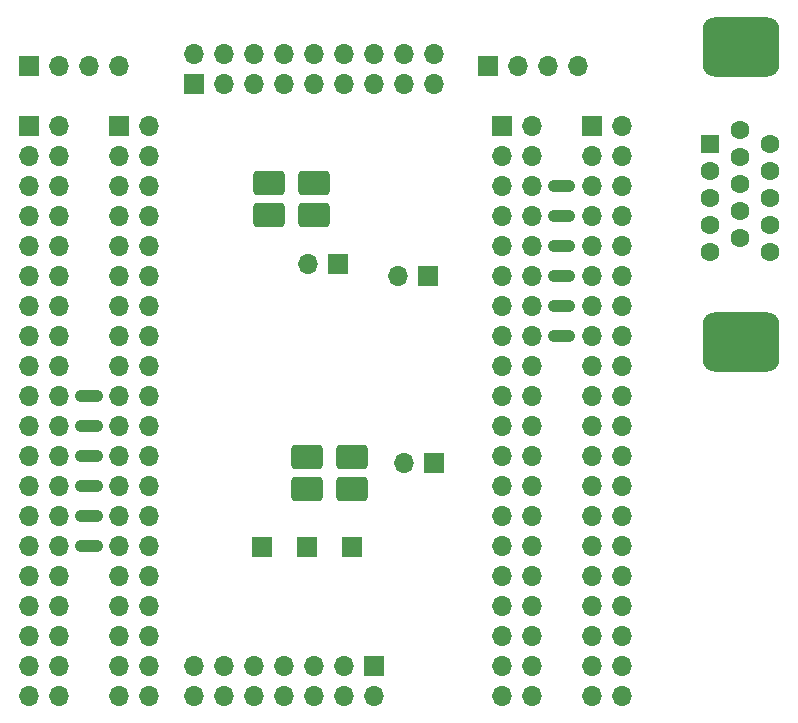
<source format=gbs>
G04 #@! TF.GenerationSoftware,KiCad,Pcbnew,8.0.8*
G04 #@! TF.CreationDate,2025-02-08T14:03:33+10:30*
G04 #@! TF.ProjectId,tt06-vga-interposer,74743036-2d76-4676-912d-696e74657270,rev?*
G04 #@! TF.SameCoordinates,Original*
G04 #@! TF.FileFunction,Soldermask,Bot*
G04 #@! TF.FilePolarity,Negative*
%FSLAX46Y46*%
G04 Gerber Fmt 4.6, Leading zero omitted, Abs format (unit mm)*
G04 Created by KiCad (PCBNEW 8.0.8) date 2025-02-08 14:03:33*
%MOMM*%
%LPD*%
G01*
G04 APERTURE LIST*
G04 Aperture macros list*
%AMRoundRect*
0 Rectangle with rounded corners*
0 $1 Rounding radius*
0 $2 $3 $4 $5 $6 $7 $8 $9 X,Y pos of 4 corners*
0 Add a 4 corners polygon primitive as box body*
4,1,4,$2,$3,$4,$5,$6,$7,$8,$9,$2,$3,0*
0 Add four circle primitives for the rounded corners*
1,1,$1+$1,$2,$3*
1,1,$1+$1,$4,$5*
1,1,$1+$1,$6,$7*
1,1,$1+$1,$8,$9*
0 Add four rect primitives between the rounded corners*
20,1,$1+$1,$2,$3,$4,$5,0*
20,1,$1+$1,$4,$5,$6,$7,0*
20,1,$1+$1,$6,$7,$8,$9,0*
20,1,$1+$1,$8,$9,$2,$3,0*%
%AMFreePoly0*
4,1,17,-0.500000,0.000000,-0.488573,0.106283,-0.438839,0.239624,-0.353553,0.353553,-0.239624,0.438839,-0.106283,0.488573,0.000000,0.500000,0.500000,0.500000,0.500000,-0.500000,0.000000,-0.500000,-0.106283,-0.488573,-0.239624,-0.438839,-0.353553,-0.353553,-0.438839,-0.239624,-0.488573,-0.106283,-0.500000,0.000000,-0.500000,0.000000,-0.500000,0.000000,$1*%
%AMFreePoly1*
4,1,16,-0.500000,0.500000,0.000000,0.500000,0.106283,0.488573,0.239624,0.438839,0.353553,0.353553,0.438839,0.239624,0.488573,0.106283,0.500000,0.000000,0.488573,-0.106283,0.438839,-0.239624,0.353553,-0.353553,0.239624,-0.438839,0.106283,-0.488573,0.000000,-0.500000,-0.500000,-0.500000,-0.500000,0.500000,-0.500000,0.500000,$1*%
G04 Aperture macros list end*
%ADD10R,1.700000X1.700000*%
%ADD11O,1.700000X1.700000*%
%ADD12RoundRect,1.000000X2.250000X-1.500000X2.250000X1.500000X-2.250000X1.500000X-2.250000X-1.500000X0*%
%ADD13R,1.600000X1.600000*%
%ADD14C,1.600000*%
%ADD15FreePoly0,0.000000*%
%ADD16FreePoly1,0.000000*%
%ADD17RoundRect,0.396226X0.953774X-0.653774X0.953774X0.653774X-0.953774X0.653774X-0.953774X-0.653774X0*%
G04 APERTURE END LIST*
G36*
X80495000Y-82669000D02*
G01*
X80795000Y-82669000D01*
X80795000Y-81669000D01*
X80495000Y-81669000D01*
X80495000Y-82669000D01*
G37*
G36*
X80495000Y-72509000D02*
G01*
X80795000Y-72509000D01*
X80795000Y-71509000D01*
X80495000Y-71509000D01*
X80495000Y-72509000D01*
G37*
G36*
X120500000Y-62349000D02*
G01*
X120800000Y-62349000D01*
X120800000Y-61349000D01*
X120500000Y-61349000D01*
X120500000Y-62349000D01*
G37*
G36*
X120500000Y-57269000D02*
G01*
X120800000Y-57269000D01*
X120800000Y-56269000D01*
X120500000Y-56269000D01*
X120500000Y-57269000D01*
G37*
G36*
X80495000Y-77589000D02*
G01*
X80795000Y-77589000D01*
X80795000Y-76589000D01*
X80495000Y-76589000D01*
X80495000Y-77589000D01*
G37*
G36*
X120500000Y-67429000D02*
G01*
X120800000Y-67429000D01*
X120800000Y-66429000D01*
X120500000Y-66429000D01*
X120500000Y-67429000D01*
G37*
G36*
X120500000Y-59809000D02*
G01*
X120800000Y-59809000D01*
X120800000Y-58809000D01*
X120500000Y-58809000D01*
X120500000Y-59809000D01*
G37*
G36*
X120500000Y-54729000D02*
G01*
X120800000Y-54729000D01*
X120800000Y-53729000D01*
X120500000Y-53729000D01*
X120500000Y-54729000D01*
G37*
G36*
X80495000Y-85209000D02*
G01*
X80795000Y-85209000D01*
X80795000Y-84209000D01*
X80495000Y-84209000D01*
X80495000Y-85209000D01*
G37*
G36*
X120500000Y-64889000D02*
G01*
X120800000Y-64889000D01*
X120800000Y-63889000D01*
X120500000Y-63889000D01*
X120500000Y-64889000D01*
G37*
G36*
X80495000Y-80129000D02*
G01*
X80795000Y-80129000D01*
X80795000Y-79129000D01*
X80495000Y-79129000D01*
X80495000Y-80129000D01*
G37*
G36*
X80480000Y-75049000D02*
G01*
X80780000Y-75049000D01*
X80780000Y-74049000D01*
X80480000Y-74049000D01*
X80480000Y-75049000D01*
G37*
D10*
X99060000Y-84836000D03*
X109347000Y-61849000D03*
D11*
X106807000Y-61849000D03*
D10*
X75565000Y-44069000D03*
D11*
X78105000Y-44069000D03*
X80645000Y-44069000D03*
X83185000Y-44069000D03*
D10*
X104780000Y-94869000D03*
D11*
X104780000Y-97409000D03*
X102240000Y-94869000D03*
X102240000Y-97409000D03*
X99700000Y-94869000D03*
X99700000Y-97409000D03*
X97160000Y-94869000D03*
X97160000Y-97409000D03*
X94620000Y-94869000D03*
X94620000Y-97409000D03*
X92080000Y-94869000D03*
X92080000Y-97409000D03*
X89540000Y-94869000D03*
X89540000Y-97409000D03*
D10*
X101727000Y-60833000D03*
D11*
X99187000Y-60833000D03*
D10*
X89535000Y-45593000D03*
D11*
X89535000Y-43053000D03*
X92075000Y-45593000D03*
X92075000Y-43053000D03*
X94615000Y-45593000D03*
X94615000Y-43053000D03*
X97155000Y-45593000D03*
X97155000Y-43053000D03*
X99695000Y-45593000D03*
X99695000Y-43053000D03*
X102235000Y-45593000D03*
X102235000Y-43053000D03*
X104775000Y-45593000D03*
X104775000Y-43053000D03*
X107315000Y-45593000D03*
X107315000Y-43053000D03*
X109855000Y-45593000D03*
X109855000Y-43053000D03*
D10*
X102870000Y-84836000D03*
X114427000Y-44069000D03*
D11*
X116967000Y-44069000D03*
X119507000Y-44069000D03*
X122047000Y-44069000D03*
D10*
X123185000Y-49149000D03*
D11*
X125725000Y-49149000D03*
X123185000Y-51689000D03*
X125725000Y-51689000D03*
X123185000Y-54229000D03*
X125725000Y-54229000D03*
X123185000Y-56769000D03*
X125725000Y-56769000D03*
X123185000Y-59309000D03*
X125725000Y-59309000D03*
X123185000Y-61849000D03*
X125725000Y-61849000D03*
X123185000Y-64389000D03*
X125725000Y-64389000D03*
X123185000Y-66929000D03*
X125725000Y-66929000D03*
X123185000Y-69469000D03*
X125725000Y-69469000D03*
X123185000Y-72009000D03*
X125725000Y-72009000D03*
X123185000Y-74549000D03*
X125725000Y-74549000D03*
X123185000Y-77089000D03*
X125725000Y-77089000D03*
X123185000Y-79629000D03*
X125725000Y-79629000D03*
X123185000Y-82169000D03*
X125725000Y-82169000D03*
X123185000Y-84709000D03*
X125725000Y-84709000D03*
X123185000Y-87249000D03*
X125725000Y-87249000D03*
X123185000Y-89789000D03*
X125725000Y-89789000D03*
X123185000Y-92329000D03*
X125725000Y-92329000D03*
X123185000Y-94869000D03*
X125725000Y-94869000D03*
X123185000Y-97409000D03*
X125725000Y-97409000D03*
D10*
X83185000Y-49149000D03*
D11*
X85725000Y-49149000D03*
X83185000Y-51689000D03*
X85725000Y-51689000D03*
X83185000Y-54229000D03*
X85725000Y-54229000D03*
X83185000Y-56769000D03*
X85725000Y-56769000D03*
X83185000Y-59309000D03*
X85725000Y-59309000D03*
X83185000Y-61849000D03*
X85725000Y-61849000D03*
X83185000Y-64389000D03*
X85725000Y-64389000D03*
X83185000Y-66929000D03*
X85725000Y-66929000D03*
X83185000Y-69469000D03*
X85725000Y-69469000D03*
X83185000Y-72009000D03*
X85725000Y-72009000D03*
X83185000Y-74549000D03*
X85725000Y-74549000D03*
X83185000Y-77089000D03*
X85725000Y-77089000D03*
X83185000Y-79629000D03*
X85725000Y-79629000D03*
X83185000Y-82169000D03*
X85725000Y-82169000D03*
X83185000Y-84709000D03*
X85725000Y-84709000D03*
X83185000Y-87249000D03*
X85725000Y-87249000D03*
X83185000Y-89789000D03*
X85725000Y-89789000D03*
X83185000Y-92329000D03*
X85725000Y-92329000D03*
X83185000Y-94869000D03*
X85725000Y-94869000D03*
X83185000Y-97409000D03*
X85725000Y-97409000D03*
D10*
X109855000Y-77724000D03*
D11*
X107315000Y-77724000D03*
D10*
X95250000Y-84836000D03*
D12*
X135833000Y-67474000D03*
X135833000Y-42474000D03*
D13*
X133223000Y-50659000D03*
D14*
X133223000Y-52949000D03*
X133223000Y-55239000D03*
X133223000Y-57529000D03*
X133223000Y-59819000D03*
X135763000Y-49514000D03*
X135763000Y-51804000D03*
X135763000Y-54094000D03*
X135763000Y-56384000D03*
X135763000Y-58674000D03*
X138303000Y-50659000D03*
X138303000Y-52949000D03*
X138303000Y-55239000D03*
X138303000Y-57529000D03*
X138303000Y-59819000D03*
D15*
X79995000Y-82169000D03*
D16*
X81295000Y-82169000D03*
D15*
X79995000Y-72009000D03*
D16*
X81295000Y-72009000D03*
D15*
X120000000Y-61849000D03*
D16*
X121300000Y-61849000D03*
D15*
X120000000Y-56769000D03*
D16*
X121300000Y-56769000D03*
D17*
X95917000Y-56675000D03*
X95917000Y-53975000D03*
D15*
X79995000Y-77089000D03*
D16*
X81295000Y-77089000D03*
D15*
X120000000Y-66929000D03*
D16*
X121300000Y-66929000D03*
D10*
X115565000Y-49149000D03*
D11*
X118105000Y-49149000D03*
X115565000Y-51689000D03*
X118105000Y-51689000D03*
X115565000Y-54229000D03*
X118105000Y-54229000D03*
X115565000Y-56769000D03*
X118105000Y-56769000D03*
X115565000Y-59309000D03*
X118105000Y-59309000D03*
X115565000Y-61849000D03*
X118105000Y-61849000D03*
X115565000Y-64389000D03*
X118105000Y-64389000D03*
X115565000Y-66929000D03*
X118105000Y-66929000D03*
X115565000Y-69469000D03*
X118105000Y-69469000D03*
X115565000Y-72009000D03*
X118105000Y-72009000D03*
X115565000Y-74549000D03*
X118105000Y-74549000D03*
X115565000Y-77089000D03*
X118105000Y-77089000D03*
X115565000Y-79629000D03*
X118105000Y-79629000D03*
X115565000Y-82169000D03*
X118105000Y-82169000D03*
X115565000Y-84709000D03*
X118105000Y-84709000D03*
X115565000Y-87249000D03*
X118105000Y-87249000D03*
X115565000Y-89789000D03*
X118105000Y-89789000D03*
X115565000Y-92329000D03*
X118105000Y-92329000D03*
X115565000Y-94869000D03*
X118105000Y-94869000D03*
X115565000Y-97409000D03*
X118105000Y-97409000D03*
D15*
X120000000Y-59309000D03*
D16*
X121300000Y-59309000D03*
D15*
X120000000Y-54229000D03*
D16*
X121300000Y-54229000D03*
D15*
X79995000Y-84709000D03*
D16*
X81295000Y-84709000D03*
D15*
X120000000Y-64389000D03*
D16*
X121300000Y-64389000D03*
D15*
X79995000Y-79629000D03*
D16*
X81295000Y-79629000D03*
D17*
X102870000Y-79864000D03*
X102870000Y-77164000D03*
X99060000Y-79864000D03*
X99060000Y-77164000D03*
D10*
X75565000Y-49149000D03*
D11*
X78105000Y-49149000D03*
X75565000Y-51689000D03*
X78105000Y-51689000D03*
X75565000Y-54229000D03*
X78105000Y-54229000D03*
X75565000Y-56769000D03*
X78105000Y-56769000D03*
X75565000Y-59309000D03*
X78105000Y-59309000D03*
X75565000Y-61849000D03*
X78105000Y-61849000D03*
X75565000Y-64389000D03*
X78105000Y-64389000D03*
X75565000Y-66929000D03*
X78105000Y-66929000D03*
X75565000Y-69469000D03*
X78105000Y-69469000D03*
X75565000Y-72009000D03*
X78105000Y-72009000D03*
X75565000Y-74549000D03*
X78105000Y-74549000D03*
X75565000Y-77089000D03*
X78105000Y-77089000D03*
X75565000Y-79629000D03*
X78105000Y-79629000D03*
X75565000Y-82169000D03*
X78105000Y-82169000D03*
X75565000Y-84709000D03*
X78105000Y-84709000D03*
X75565000Y-87249000D03*
X78105000Y-87249000D03*
X75565000Y-89789000D03*
X78105000Y-89789000D03*
X75565000Y-92329000D03*
X78105000Y-92329000D03*
X75565000Y-94869000D03*
X78105000Y-94869000D03*
X75565000Y-97409000D03*
X78105000Y-97409000D03*
D17*
X99695000Y-56675000D03*
X99695000Y-53975000D03*
D15*
X79980000Y-74549000D03*
D16*
X81280000Y-74549000D03*
M02*

</source>
